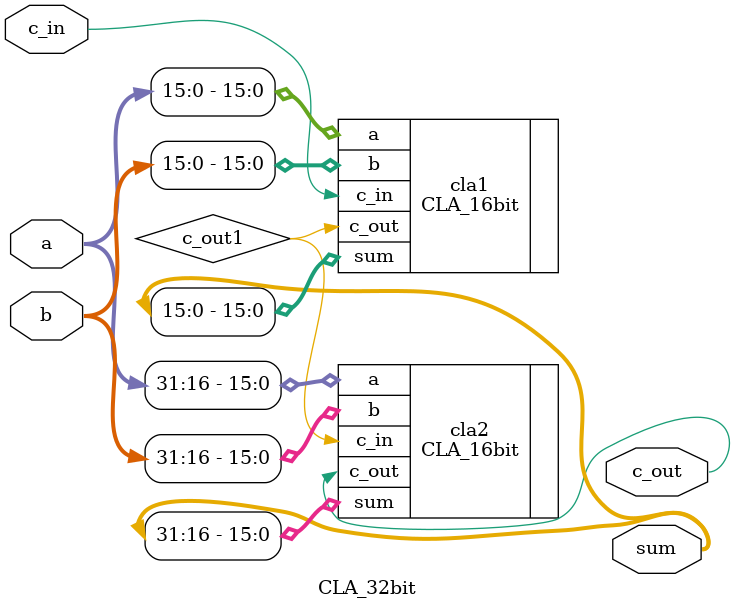
<source format=v>
`timescale 1ns / 1ps

module CLA_32bit(
    input [31:0] a,
    input [31:0] b,
    input c_in,
    output [31:0] sum,
    output c_out
    );
	 
	wire c_out1;
	 
	// 32 bit adder by using two augmented 16-bit CLAs and a lookahead carry unit
	CLA_16bit cla1(.a(a[15:0]), .b(b[15:0]), .c_in(c_in), .sum(sum[15:0]), .c_out(c_out1));
	CLA_16bit cla2(.a(a[31:16]), .b(b[31:16]), .c_in(c_out1), .sum(sum[31:16]), .c_out(c_out));


endmodule
</source>
